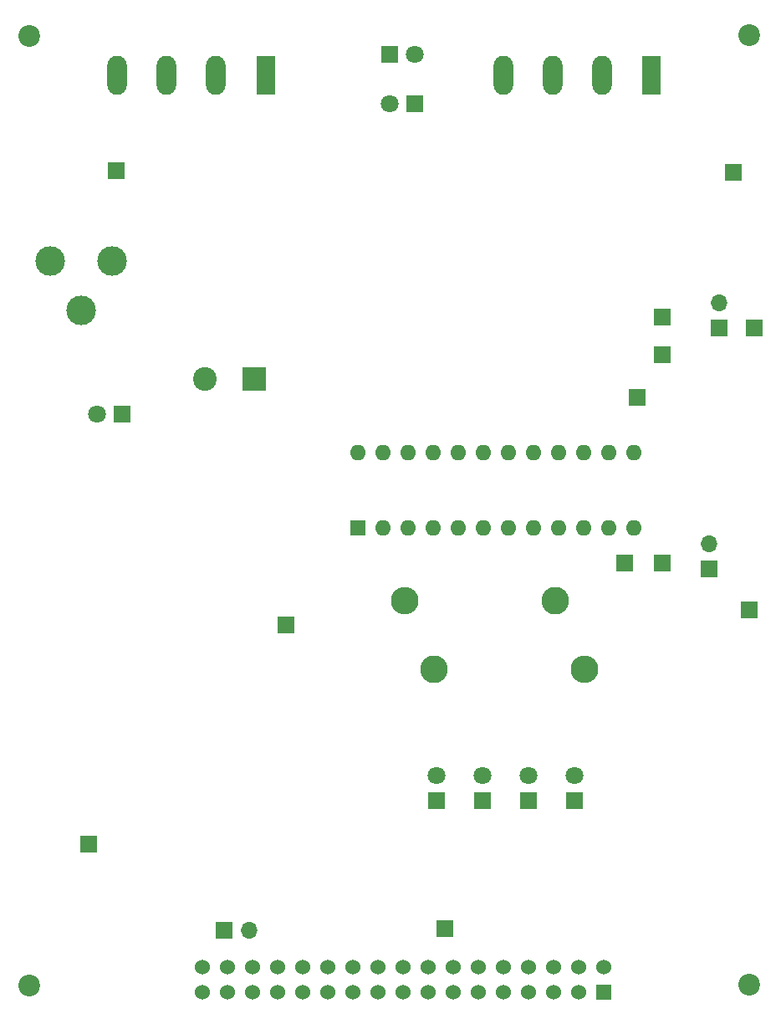
<source format=gbr>
G04 #@! TF.GenerationSoftware,KiCad,Pcbnew,6.0.7-f9a2dced07~116~ubuntu20.04.1*
G04 #@! TF.CreationDate,2022-08-19T20:43:36+02:00*
G04 #@! TF.ProjectId,sboxnet-booster,73626f78-6e65-4742-9d62-6f6f73746572,rev?*
G04 #@! TF.SameCoordinates,Original*
G04 #@! TF.FileFunction,Soldermask,Bot*
G04 #@! TF.FilePolarity,Negative*
%FSLAX46Y46*%
G04 Gerber Fmt 4.6, Leading zero omitted, Abs format (unit mm)*
G04 Created by KiCad (PCBNEW 6.0.7-f9a2dced07~116~ubuntu20.04.1) date 2022-08-19 20:43:36*
%MOMM*%
%LPD*%
G01*
G04 APERTURE LIST*
%ADD10R,1.700000X1.700000*%
%ADD11R,1.980000X3.960000*%
%ADD12O,1.980000X3.960000*%
%ADD13C,1.524000*%
%ADD14R,1.524000X1.524000*%
%ADD15C,2.200000*%
%ADD16R,1.800000X1.800000*%
%ADD17C,1.800000*%
%ADD18R,1.600000X1.600000*%
%ADD19O,1.600000X1.600000*%
%ADD20C,2.800000*%
%ADD21O,2.800000X2.800000*%
%ADD22C,3.000000*%
%ADD23O,1.700000X1.700000*%
%ADD24R,2.400000X2.400000*%
%ADD25C,2.400000*%
G04 APERTURE END LIST*
D10*
X122210000Y-93250000D03*
D11*
X123660000Y-60700000D03*
D12*
X118660000Y-60700000D03*
X113660000Y-60700000D03*
X108660000Y-60700000D03*
D10*
X102750000Y-147000000D03*
X124800000Y-85100000D03*
X66700000Y-138450000D03*
D13*
X118810000Y-150900000D03*
D14*
X118810000Y-153440000D03*
D13*
X116270000Y-150900000D03*
X116270000Y-153440000D03*
X113730000Y-150900000D03*
X113730000Y-153440000D03*
X111190000Y-150900000D03*
X111190000Y-153440000D03*
X108650000Y-150900000D03*
X108650000Y-153440000D03*
X106110000Y-150900000D03*
X106110000Y-153440000D03*
X103570000Y-150900000D03*
X103570000Y-153440000D03*
X101030000Y-150900000D03*
X101030000Y-153440000D03*
X98490000Y-150900000D03*
X98490000Y-153440000D03*
X95950000Y-150900000D03*
X95950000Y-153440000D03*
X93410000Y-150900000D03*
X93410000Y-153440000D03*
X90870000Y-150900000D03*
X90870000Y-153440000D03*
X88330000Y-150900000D03*
X88330000Y-153440000D03*
X85790000Y-150900000D03*
X85790000Y-153440000D03*
X83250000Y-150900000D03*
X83250000Y-153440000D03*
X80710000Y-150900000D03*
X80710000Y-153440000D03*
X78170000Y-150900000D03*
X78170000Y-153440000D03*
D10*
X134100000Y-86250000D03*
D15*
X60700000Y-56700000D03*
D16*
X97175000Y-58550000D03*
D17*
X99715000Y-58550000D03*
D10*
X69500000Y-70350000D03*
D18*
X93995000Y-106480000D03*
D19*
X96535000Y-106480000D03*
X99075000Y-106480000D03*
X101615000Y-106480000D03*
X104155000Y-106480000D03*
X106695000Y-106480000D03*
X109235000Y-106480000D03*
X111775000Y-106480000D03*
X114315000Y-106480000D03*
X116855000Y-106480000D03*
X119395000Y-106480000D03*
X121935000Y-106480000D03*
X121935000Y-98860000D03*
X119395000Y-98860000D03*
X116855000Y-98860000D03*
X114315000Y-98860000D03*
X111775000Y-98860000D03*
X109235000Y-98860000D03*
X106695000Y-98860000D03*
X104155000Y-98860000D03*
X101615000Y-98860000D03*
X99075000Y-98860000D03*
X96535000Y-98860000D03*
X93995000Y-98860000D03*
D20*
X113920000Y-113800000D03*
D21*
X98680000Y-113800000D03*
D16*
X70075000Y-94950000D03*
D17*
X67535000Y-94950000D03*
D22*
X69030000Y-79480000D03*
X65930000Y-84480000D03*
X62830000Y-79480000D03*
D10*
X132000000Y-70500000D03*
D20*
X101630000Y-120750000D03*
D21*
X116870000Y-120750000D03*
D16*
X115900000Y-134075000D03*
D17*
X115900000Y-131535000D03*
D10*
X124800000Y-88900000D03*
X124750000Y-109982000D03*
D16*
X101900000Y-134075000D03*
D17*
X101900000Y-131535000D03*
D10*
X121000000Y-109982000D03*
D11*
X84600000Y-60700000D03*
D12*
X79600000Y-60700000D03*
X74600000Y-60700000D03*
X69600000Y-60700000D03*
D15*
X133600000Y-56600000D03*
D10*
X130490000Y-86250000D03*
D23*
X130490000Y-83710000D03*
D15*
X60700000Y-152800000D03*
D24*
X83453959Y-91380000D03*
D25*
X78453959Y-91380000D03*
D10*
X86700000Y-116300000D03*
X133550000Y-114750000D03*
D16*
X99750000Y-63500000D03*
D17*
X97210000Y-63500000D03*
D15*
X133600000Y-152700000D03*
D10*
X129550000Y-110575000D03*
D23*
X129550000Y-108035000D03*
D16*
X111250000Y-134050000D03*
D17*
X111250000Y-131510000D03*
D16*
X106600000Y-134075000D03*
D17*
X106600000Y-131535000D03*
D10*
X80375000Y-147150000D03*
D23*
X82915000Y-147150000D03*
M02*

</source>
